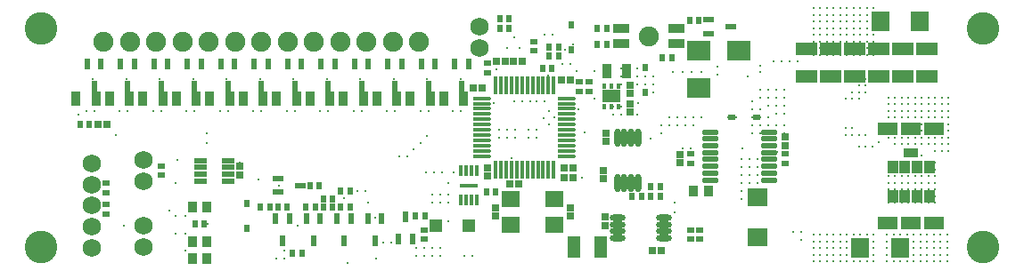
<source format=gbs>
G04 Layer_Color=16711935*
%FSAX25Y25*%
%MOIN*%
G70*
G01*
G75*
%ADD54C,0.07480*%
%ADD57C,0.12205*%
%ADD125R,0.02569X0.02647*%
%ADD126R,0.02647X0.02569*%
%ADD127R,0.02765X0.02372*%
%ADD128R,0.02372X0.02765*%
%ADD131R,0.02569X0.02372*%
%ADD137C,0.07490*%
%ADD138C,0.06900*%
%ADD139C,0.01200*%
%ADD140R,0.01584X0.04143*%
%ADD141R,0.06899X0.01387*%
%ADD142R,0.06112X0.03750*%
%ADD143R,0.01781X0.02372*%
%ADD144R,0.06899X0.04537*%
%ADD145O,0.05915X0.02372*%
%ADD146O,0.06400X0.02000*%
%ADD147R,0.04931X0.08080*%
%ADD148R,0.03947X0.02372*%
%ADD149R,0.04567X0.02402*%
%ADD150R,0.02372X0.02569*%
%ADD151R,0.04537X0.04931*%
%ADD152R,0.03356X0.05718*%
%ADD153R,0.03356X0.04143*%
%ADD154O,0.02372X0.06899*%
%ADD155O,0.06702X0.01584*%
%ADD156O,0.01584X0.06702*%
%ADD157R,0.07214X0.06584*%
%ADD158R,0.07293X0.04931*%
%ADD159R,0.05718X0.03356*%
%ADD160R,0.03947X0.04931*%
%ADD161R,0.08868X0.07293*%
%ADD162R,0.06900X0.06100*%
%ADD163R,0.08474X0.04931*%
%ADD164R,0.06584X0.07214*%
%ADD165R,0.02372X0.03947*%
D54*
X0751415Y0626500D02*
D03*
D57*
X0524000Y0547500D02*
D03*
Y0629500D02*
D03*
X0876500D02*
D03*
Y0547500D02*
D03*
D125*
X0756114Y0546000D02*
D03*
X0752886D02*
D03*
X0548614Y0593500D02*
D03*
X0545386D02*
D03*
X0697614Y0617000D02*
D03*
X0694386D02*
D03*
X0700886D02*
D03*
X0704114D02*
D03*
X0719886Y0573500D02*
D03*
X0723114D02*
D03*
X0719886Y0577000D02*
D03*
X0723114D02*
D03*
X0699386Y0571000D02*
D03*
X0702614D02*
D03*
X0718886Y0610000D02*
D03*
X0722114D02*
D03*
X0689114Y0607000D02*
D03*
X0685886D02*
D03*
D126*
X0691000Y0577114D02*
D03*
Y0573886D02*
D03*
X0802500Y0585386D02*
D03*
Y0588614D02*
D03*
X0735000Y0558614D02*
D03*
Y0555386D02*
D03*
X0763000Y0578886D02*
D03*
Y0582114D02*
D03*
X0598500Y0574386D02*
D03*
Y0577614D02*
D03*
X0694000Y0562114D02*
D03*
Y0558886D02*
D03*
X0722000D02*
D03*
Y0562114D02*
D03*
X0744500Y0601114D02*
D03*
Y0597886D02*
D03*
Y0604886D02*
D03*
Y0608114D02*
D03*
X0735500Y0590114D02*
D03*
Y0586886D02*
D03*
X0734500Y0572886D02*
D03*
Y0576114D02*
D03*
D127*
X0667500Y0550228D02*
D03*
Y0553772D02*
D03*
X0725500Y0605728D02*
D03*
Y0609272D02*
D03*
X0729000Y0605728D02*
D03*
Y0609272D02*
D03*
X0548500Y0563272D02*
D03*
Y0559728D02*
D03*
Y0571272D02*
D03*
Y0567728D02*
D03*
X0770500Y0553772D02*
D03*
Y0550228D02*
D03*
X0767000D02*
D03*
Y0553772D02*
D03*
X0569000Y0574228D02*
D03*
Y0577772D02*
D03*
X0767000Y0582272D02*
D03*
Y0578728D02*
D03*
X0691000Y0616272D02*
D03*
Y0612728D02*
D03*
X0802500Y0578728D02*
D03*
Y0582272D02*
D03*
X0708500Y0624500D02*
D03*
Y0620957D02*
D03*
D128*
X0694272Y0568000D02*
D03*
X0690728D02*
D03*
X0748772Y0566500D02*
D03*
X0745228D02*
D03*
X0770272Y0632500D02*
D03*
X0766728D02*
D03*
X0639772Y0568500D02*
D03*
X0636228D02*
D03*
X0626772Y0562500D02*
D03*
X0623228D02*
D03*
X0667772Y0559000D02*
D03*
X0664228D02*
D03*
X0629728Y0562500D02*
D03*
X0633272D02*
D03*
X0542272Y0593500D02*
D03*
X0538728D02*
D03*
X0699272Y0633000D02*
D03*
X0695728D02*
D03*
X0699272Y0629500D02*
D03*
X0695728D02*
D03*
X0732228D02*
D03*
X0735772D02*
D03*
X0756500Y0618500D02*
D03*
X0760043D02*
D03*
X0732228Y0623500D02*
D03*
X0735772D02*
D03*
X0755772Y0566500D02*
D03*
X0752228D02*
D03*
X0612728Y0562500D02*
D03*
X0616272D02*
D03*
X0606228D02*
D03*
X0609772D02*
D03*
X0636228D02*
D03*
X0639772D02*
D03*
X0633272Y0565500D02*
D03*
X0629728D02*
D03*
X0618228Y0545000D02*
D03*
X0621772D02*
D03*
X0714228Y0622500D02*
D03*
X0717772D02*
D03*
X0714228Y0619000D02*
D03*
X0717772D02*
D03*
X0752228Y0570000D02*
D03*
X0755772D02*
D03*
X0581728Y0556000D02*
D03*
X0585272D02*
D03*
X0711728Y0614500D02*
D03*
X0715272D02*
D03*
X0628272Y0570500D02*
D03*
X0624728D02*
D03*
D131*
X0791626Y0596000D02*
D03*
X0782374D02*
D03*
D137*
X0547445Y0624500D02*
D03*
X0557287D02*
D03*
X0567130D02*
D03*
X0576972D02*
D03*
X0586815D02*
D03*
X0596658D02*
D03*
X0606500D02*
D03*
X0616342D02*
D03*
X0626185D02*
D03*
X0636028D02*
D03*
X0645870D02*
D03*
X0655713D02*
D03*
X0665555D02*
D03*
D138*
X0543000Y0547200D02*
D03*
Y0555100D02*
D03*
Y0563000D02*
D03*
Y0570874D02*
D03*
Y0578748D02*
D03*
X0562500Y0547363D02*
D03*
Y0555237D02*
D03*
Y0572063D02*
D03*
Y0579937D02*
D03*
X0688000Y0622063D02*
D03*
Y0629937D02*
D03*
D139*
X0612000Y0543000D02*
D03*
X0615000Y0546000D02*
D03*
Y0543000D02*
D03*
X0638886Y0541401D02*
D03*
X0680673Y0577600D02*
D03*
X0676500Y0567000D02*
D03*
Y0571500D02*
D03*
X0681000Y0598500D02*
D03*
X0678000D02*
D03*
X0681000Y0610272D02*
D03*
X0685500Y0554000D02*
D03*
Y0557000D02*
D03*
X0682500D02*
D03*
Y0554000D02*
D03*
X0664500Y0547000D02*
D03*
X0667500D02*
D03*
X0670500D02*
D03*
X0673500D02*
D03*
Y0544000D02*
D03*
X0670500D02*
D03*
X0667500D02*
D03*
X0664500D02*
D03*
X0676500Y0557000D02*
D03*
X0673500Y0554000D02*
D03*
X0670500D02*
D03*
X0673500Y0557000D02*
D03*
X0670500D02*
D03*
X0676500Y0564000D02*
D03*
X0673500Y0567000D02*
D03*
Y0564000D02*
D03*
X0670500Y0567000D02*
D03*
X0668000Y0575500D02*
D03*
X0671000D02*
D03*
X0674000D02*
D03*
X0678500D02*
D03*
X0661000Y0581500D02*
D03*
X0666000Y0586500D02*
D03*
X0668500Y0589000D02*
D03*
X0663500Y0584000D02*
D03*
X0658000Y0581500D02*
D03*
X0703000Y0622000D02*
D03*
X0698500D02*
D03*
X0701000Y0626000D02*
D03*
X0694500Y0614000D02*
D03*
X0694031Y0617000D02*
D03*
X0741000Y0608500D02*
D03*
Y0611500D02*
D03*
X0850500Y0552000D02*
D03*
Y0549500D02*
D03*
Y0547000D02*
D03*
Y0544500D02*
D03*
X0848000D02*
D03*
Y0547000D02*
D03*
Y0549500D02*
D03*
Y0552000D02*
D03*
X0845500D02*
D03*
Y0549500D02*
D03*
Y0547000D02*
D03*
Y0544500D02*
D03*
X0843000D02*
D03*
Y0547000D02*
D03*
Y0552000D02*
D03*
Y0549500D02*
D03*
Y0542000D02*
D03*
X0845500D02*
D03*
X0848000D02*
D03*
X0850500D02*
D03*
X0863000Y0552000D02*
D03*
Y0549500D02*
D03*
Y0547000D02*
D03*
Y0544500D02*
D03*
X0860500D02*
D03*
Y0547000D02*
D03*
Y0549500D02*
D03*
Y0552000D02*
D03*
X0858000D02*
D03*
Y0549500D02*
D03*
Y0547000D02*
D03*
Y0544500D02*
D03*
X0855500D02*
D03*
Y0547000D02*
D03*
Y0552000D02*
D03*
X0853000D02*
D03*
Y0549500D02*
D03*
Y0547000D02*
D03*
Y0544500D02*
D03*
X0855500Y0549500D02*
D03*
X0853000Y0542000D02*
D03*
X0855500D02*
D03*
X0858000D02*
D03*
X0860500D02*
D03*
X0863000D02*
D03*
X0840500D02*
D03*
Y0549500D02*
D03*
Y0552000D02*
D03*
Y0547000D02*
D03*
Y0544500D02*
D03*
X0575000Y0580000D02*
D03*
X0574500Y0552500D02*
D03*
X0618500Y0544968D02*
D03*
X0649500Y0543000D02*
D03*
X0734500Y0576468D02*
D03*
X0734500Y0573500D02*
D03*
X0799500Y0583000D02*
D03*
X0789000Y0565500D02*
D03*
X0792000D02*
D03*
X0795000D02*
D03*
Y0568500D02*
D03*
X0792000D02*
D03*
X0789000D02*
D03*
Y0571500D02*
D03*
X0792000D02*
D03*
Y0574500D02*
D03*
X0789000D02*
D03*
Y0577500D02*
D03*
X0792000D02*
D03*
Y0580500D02*
D03*
X0789000D02*
D03*
X0786000Y0565500D02*
D03*
Y0571500D02*
D03*
Y0577500D02*
D03*
Y0568500D02*
D03*
Y0574500D02*
D03*
X0691000Y0616272D02*
D03*
X0804000Y0617000D02*
D03*
X0798000D02*
D03*
X0801000D02*
D03*
X0793000Y0615500D02*
D03*
X0699272Y0633000D02*
D03*
X0790000Y0602000D02*
D03*
X0802000Y0589988D02*
D03*
X0850500Y0634500D02*
D03*
X0853000D02*
D03*
X0855500D02*
D03*
Y0632000D02*
D03*
Y0629500D02*
D03*
X0853000D02*
D03*
X0850500D02*
D03*
Y0632000D02*
D03*
X0853000D02*
D03*
X0789000Y0548500D02*
D03*
X0792000D02*
D03*
X0795000D02*
D03*
Y0551500D02*
D03*
X0792000D02*
D03*
X0789000D02*
D03*
X0689114Y0607000D02*
D03*
X0723000Y0621000D02*
D03*
X0722500Y0630500D02*
D03*
X0670500Y0564000D02*
D03*
X0605283Y0572565D02*
D03*
X0586000Y0586500D02*
D03*
X0726500Y0573500D02*
D03*
X0756000Y0590000D02*
D03*
X0735000Y0599500D02*
D03*
X0633272Y0565500D02*
D03*
X0626968Y0562500D02*
D03*
X0613000Y0570500D02*
D03*
X0724500Y0613500D02*
D03*
X0693500Y0601500D02*
D03*
X0719000Y0616000D02*
D03*
X0722000D02*
D03*
X0717500Y0619000D02*
D03*
X0714114Y0598500D02*
D03*
X0731000Y0613500D02*
D03*
X0548500Y0559531D02*
D03*
Y0567728D02*
D03*
X0707000Y0602000D02*
D03*
X0731000Y0603000D02*
D03*
X0741000Y0600000D02*
D03*
X0768000Y0593000D02*
D03*
X0765000D02*
D03*
X0744000Y0608500D02*
D03*
X0747000D02*
D03*
X0750000D02*
D03*
Y0611500D02*
D03*
X0747000D02*
D03*
X0744000D02*
D03*
X0741000Y0614500D02*
D03*
X0744000D02*
D03*
X0747000D02*
D03*
X0765000Y0596000D02*
D03*
X0762000Y0593000D02*
D03*
Y0596000D02*
D03*
X0759000Y0593000D02*
D03*
Y0596000D02*
D03*
X0756000Y0593000D02*
D03*
X0738000Y0597000D02*
D03*
X0741000D02*
D03*
X0744000D02*
D03*
X0784000Y0596000D02*
D03*
X0781000D02*
D03*
X0790000D02*
D03*
X0793000D02*
D03*
X0720000Y0621500D02*
D03*
X0788500Y0611500D02*
D03*
X0793000Y0613000D02*
D03*
X0712500Y0602000D02*
D03*
X0709600D02*
D03*
X0701000D02*
D03*
X0704000D02*
D03*
X0714000Y0593500D02*
D03*
X0716000Y0596000D02*
D03*
X0722114Y0610000D02*
D03*
X0718886D02*
D03*
X0637387Y0565613D02*
D03*
X0620047Y0555451D02*
D03*
X0802000Y0606500D02*
D03*
X0799000D02*
D03*
Y0603500D02*
D03*
X0802000D02*
D03*
Y0600500D02*
D03*
X0799000D02*
D03*
X0796000Y0606500D02*
D03*
Y0600500D02*
D03*
X0793000Y0606500D02*
D03*
Y0603500D02*
D03*
X0796000D02*
D03*
X0799000Y0597500D02*
D03*
X0802000D02*
D03*
X0861000Y0583500D02*
D03*
X0863500D02*
D03*
X0853500Y0603500D02*
D03*
X0856000D02*
D03*
X0858500D02*
D03*
X0861000D02*
D03*
X0863500D02*
D03*
X0841000D02*
D03*
X0843500D02*
D03*
X0846000D02*
D03*
X0848500D02*
D03*
X0851000D02*
D03*
Y0601000D02*
D03*
Y0598500D02*
D03*
Y0596000D02*
D03*
Y0593500D02*
D03*
Y0591000D02*
D03*
Y0588500D02*
D03*
X0848500D02*
D03*
Y0591000D02*
D03*
Y0593500D02*
D03*
Y0596000D02*
D03*
Y0598500D02*
D03*
Y0601000D02*
D03*
X0846000D02*
D03*
Y0598500D02*
D03*
Y0596000D02*
D03*
Y0593500D02*
D03*
Y0591000D02*
D03*
Y0588500D02*
D03*
X0843500D02*
D03*
Y0591000D02*
D03*
Y0596000D02*
D03*
Y0601000D02*
D03*
X0841000D02*
D03*
Y0598500D02*
D03*
Y0596000D02*
D03*
Y0593500D02*
D03*
Y0591000D02*
D03*
Y0588500D02*
D03*
X0843500Y0593500D02*
D03*
Y0598500D02*
D03*
Y0586000D02*
D03*
X0846000D02*
D03*
X0848500D02*
D03*
X0851000D02*
D03*
X0863500Y0601000D02*
D03*
Y0598500D02*
D03*
Y0596000D02*
D03*
Y0593500D02*
D03*
Y0591000D02*
D03*
Y0588500D02*
D03*
X0861000D02*
D03*
Y0591000D02*
D03*
Y0593500D02*
D03*
Y0596000D02*
D03*
Y0598500D02*
D03*
Y0601000D02*
D03*
X0858500D02*
D03*
Y0598500D02*
D03*
Y0596000D02*
D03*
Y0593500D02*
D03*
Y0591000D02*
D03*
Y0588500D02*
D03*
X0856000D02*
D03*
Y0591000D02*
D03*
Y0596000D02*
D03*
Y0601000D02*
D03*
X0853500D02*
D03*
Y0598500D02*
D03*
Y0596000D02*
D03*
Y0593500D02*
D03*
Y0591000D02*
D03*
Y0588500D02*
D03*
X0856000Y0593500D02*
D03*
Y0598500D02*
D03*
X0853500Y0586000D02*
D03*
X0856000D02*
D03*
X0858500D02*
D03*
X0861000D02*
D03*
X0863500D02*
D03*
X0790000Y0593000D02*
D03*
X0793000D02*
D03*
X0790000Y0590000D02*
D03*
X0793000D02*
D03*
X0790000Y0599000D02*
D03*
X0793000D02*
D03*
X0796000Y0596000D02*
D03*
Y0593000D02*
D03*
X0799000D02*
D03*
X0802000D02*
D03*
X0617000Y0559000D02*
D03*
X0616272Y0562500D02*
D03*
X0628500Y0559000D02*
D03*
X0723114Y0577000D02*
D03*
Y0573500D02*
D03*
X0719886Y0577000D02*
D03*
Y0573500D02*
D03*
X0753000Y0611500D02*
D03*
Y0608500D02*
D03*
Y0605500D02*
D03*
X0841000Y0564000D02*
D03*
X0858500Y0579000D02*
D03*
Y0576500D02*
D03*
Y0574000D02*
D03*
Y0571500D02*
D03*
Y0569000D02*
D03*
Y0566500D02*
D03*
X0856000D02*
D03*
Y0569000D02*
D03*
Y0571500D02*
D03*
Y0574000D02*
D03*
Y0576500D02*
D03*
Y0579000D02*
D03*
X0853500D02*
D03*
Y0576500D02*
D03*
Y0574000D02*
D03*
Y0571500D02*
D03*
Y0569000D02*
D03*
Y0566500D02*
D03*
X0851000D02*
D03*
Y0569000D02*
D03*
Y0574000D02*
D03*
Y0579000D02*
D03*
X0848500D02*
D03*
Y0576500D02*
D03*
Y0574000D02*
D03*
Y0571500D02*
D03*
Y0569000D02*
D03*
Y0566500D02*
D03*
X0846000D02*
D03*
Y0569000D02*
D03*
Y0571500D02*
D03*
Y0576500D02*
D03*
X0843500Y0574000D02*
D03*
Y0566500D02*
D03*
X0851000Y0571500D02*
D03*
X0846000Y0574000D02*
D03*
X0851000Y0576500D02*
D03*
X0843500Y0564000D02*
D03*
X0846000D02*
D03*
X0848500D02*
D03*
X0851000D02*
D03*
X0853500D02*
D03*
X0856000D02*
D03*
X0858500D02*
D03*
X0843500Y0576500D02*
D03*
X0846000Y0579000D02*
D03*
X0747500Y0601500D02*
D03*
X0738000Y0600000D02*
D03*
X0745000Y0601500D02*
D03*
X0555000Y0555500D02*
D03*
X0723000Y0623500D02*
D03*
X0544000Y0598500D02*
D03*
X0556500D02*
D03*
X0569000D02*
D03*
X0581500D02*
D03*
X0594000D02*
D03*
X0606500D02*
D03*
X0619000D02*
D03*
X0631500D02*
D03*
X0541000D02*
D03*
X0553500D02*
D03*
X0566000D02*
D03*
X0578500D02*
D03*
X0591000D02*
D03*
X0603500D02*
D03*
X0616000D02*
D03*
X0628500D02*
D03*
X0543500Y0610272D02*
D03*
X0556000D02*
D03*
X0568500D02*
D03*
X0581000D02*
D03*
X0593500D02*
D03*
X0606000D02*
D03*
X0618500D02*
D03*
X0538000Y0603000D02*
D03*
X0550500D02*
D03*
X0563000D02*
D03*
X0575500D02*
D03*
X0600500D02*
D03*
X0613000D02*
D03*
X0625500D02*
D03*
X0638000D02*
D03*
X0650500D02*
D03*
X0663000D02*
D03*
X0675500D02*
D03*
X0588000D02*
D03*
X0656000Y0610272D02*
D03*
X0668500D02*
D03*
X0644000Y0598500D02*
D03*
X0656500D02*
D03*
X0669000D02*
D03*
X0641000D02*
D03*
X0653500D02*
D03*
X0666000D02*
D03*
X0631000Y0610272D02*
D03*
X0643500D02*
D03*
X0538110Y0597000D02*
D03*
X0538728Y0593500D02*
D03*
X0586000Y0590000D02*
D03*
X0598500Y0579000D02*
D03*
X0586500Y0543000D02*
D03*
X0786500Y0584500D02*
D03*
X0833000Y0542000D02*
D03*
X0830500D02*
D03*
X0828000D02*
D03*
X0825500D02*
D03*
X0823000D02*
D03*
X0825500Y0549500D02*
D03*
X0823000Y0544500D02*
D03*
Y0547000D02*
D03*
Y0549500D02*
D03*
Y0552000D02*
D03*
X0825500D02*
D03*
Y0547000D02*
D03*
Y0544500D02*
D03*
X0828000D02*
D03*
Y0547000D02*
D03*
Y0549500D02*
D03*
Y0552000D02*
D03*
X0830500D02*
D03*
Y0549500D02*
D03*
Y0547000D02*
D03*
Y0544500D02*
D03*
X0833000D02*
D03*
Y0547000D02*
D03*
Y0549500D02*
D03*
Y0552000D02*
D03*
X0820500Y0542000D02*
D03*
X0818000D02*
D03*
X0815500D02*
D03*
X0813000D02*
D03*
Y0549500D02*
D03*
Y0547000D02*
D03*
Y0544500D02*
D03*
X0815500D02*
D03*
Y0547000D02*
D03*
Y0549500D02*
D03*
Y0552000D02*
D03*
X0818000D02*
D03*
Y0549500D02*
D03*
Y0547000D02*
D03*
Y0544500D02*
D03*
X0820500D02*
D03*
Y0547000D02*
D03*
Y0549500D02*
D03*
Y0552000D02*
D03*
X0835500D02*
D03*
Y0549500D02*
D03*
Y0547000D02*
D03*
Y0544500D02*
D03*
Y0542000D02*
D03*
X0621772Y0545000D02*
D03*
X0645500Y0568500D02*
D03*
X0642500D02*
D03*
X0628272Y0570500D02*
D03*
X0646500Y0564000D02*
D03*
X0636228Y0568500D02*
D03*
X0704000Y0617000D02*
D03*
X0777000Y0612000D02*
D03*
X0853500Y0581772D02*
D03*
X0837600Y0586833D02*
D03*
X0768000Y0596000D02*
D03*
X0771000D02*
D03*
X0770500Y0550228D02*
D03*
X0750000Y0614500D02*
D03*
X0777000Y0615000D02*
D03*
X0747000Y0597000D02*
D03*
X0767000Y0582272D02*
D03*
Y0584500D02*
D03*
X0752000Y0588000D02*
D03*
X0747500D02*
D03*
X0764000Y0584500D02*
D03*
X0771000Y0613000D02*
D03*
X0767500D02*
D03*
X0764000D02*
D03*
X0760500D02*
D03*
X0552000Y0589500D02*
D03*
X0586500Y0556000D02*
D03*
Y0562500D02*
D03*
X0578000Y0546000D02*
D03*
X0652000Y0549000D02*
D03*
X0655000D02*
D03*
X0578000Y0552500D02*
D03*
X0574500Y0571500D02*
D03*
X0572000Y0561000D02*
D03*
X0574500Y0559000D02*
D03*
X0578000D02*
D03*
X0586551Y0549500D02*
D03*
X0843500Y0571500D02*
D03*
Y0569000D02*
D03*
X0841000Y0566500D02*
D03*
Y0571500D02*
D03*
Y0569000D02*
D03*
X0649000Y0558500D02*
D03*
X0739500Y0588000D02*
D03*
X0841000Y0574000D02*
D03*
X0761000Y0560500D02*
D03*
Y0564000D02*
D03*
X0858500Y0583500D02*
D03*
X0786000Y0580500D02*
D03*
X0807000Y0617000D02*
D03*
X0813000Y0634500D02*
D03*
X0815500D02*
D03*
X0818000D02*
D03*
X0820500D02*
D03*
X0823000D02*
D03*
X0825500D02*
D03*
X0828000D02*
D03*
X0830500D02*
D03*
X0833000D02*
D03*
X0835500D02*
D03*
Y0632000D02*
D03*
X0833000D02*
D03*
X0830500D02*
D03*
X0828000D02*
D03*
X0825500D02*
D03*
X0823000D02*
D03*
X0820500D02*
D03*
X0818000D02*
D03*
X0815500D02*
D03*
X0813000D02*
D03*
X0835500Y0629500D02*
D03*
X0833000D02*
D03*
X0830500D02*
D03*
X0828000D02*
D03*
X0825500D02*
D03*
X0823000D02*
D03*
X0820500D02*
D03*
X0818000D02*
D03*
X0815500D02*
D03*
X0813000D02*
D03*
X0835500Y0627000D02*
D03*
X0833000D02*
D03*
X0830500D02*
D03*
X0828000D02*
D03*
X0825500D02*
D03*
X0823000D02*
D03*
X0820500D02*
D03*
X0818000D02*
D03*
X0815500D02*
D03*
X0813000D02*
D03*
X0835500Y0624500D02*
D03*
X0833000D02*
D03*
X0830500D02*
D03*
X0828000D02*
D03*
X0825500D02*
D03*
X0823000D02*
D03*
X0820500D02*
D03*
X0818000D02*
D03*
X0815500D02*
D03*
X0813000D02*
D03*
X0835500Y0622000D02*
D03*
X0833000D02*
D03*
X0830500D02*
D03*
X0828000D02*
D03*
X0825500D02*
D03*
X0823000D02*
D03*
X0820500D02*
D03*
X0818000D02*
D03*
X0815500D02*
D03*
X0813000D02*
D03*
X0835500Y0619500D02*
D03*
X0833000D02*
D03*
X0830500D02*
D03*
X0828000D02*
D03*
X0825500D02*
D03*
X0823000D02*
D03*
X0820500D02*
D03*
X0818000D02*
D03*
X0815500D02*
D03*
X0813000D02*
D03*
Y0637000D02*
D03*
X0815500D02*
D03*
X0818000D02*
D03*
X0820500D02*
D03*
X0823000D02*
D03*
X0825500D02*
D03*
X0828000D02*
D03*
X0830500D02*
D03*
X0833000D02*
D03*
X0835500D02*
D03*
X0805500Y0553000D02*
D03*
X0808500D02*
D03*
Y0550000D02*
D03*
X0813000Y0552000D02*
D03*
X0830000Y0585000D02*
D03*
X0835000D02*
D03*
X0832500D02*
D03*
X0827500Y0592000D02*
D03*
Y0589500D02*
D03*
X0830000D02*
D03*
X0832500D02*
D03*
X0827500Y0605500D02*
D03*
X0830000D02*
D03*
X0832500D02*
D03*
Y0608000D02*
D03*
X0830000D02*
D03*
X0832500Y0610500D02*
D03*
X0827500Y0603000D02*
D03*
X0830000D02*
D03*
X0825000D02*
D03*
Y0592000D02*
D03*
Y0589500D02*
D03*
X0713905Y0611742D02*
D03*
X0712500Y0627000D02*
D03*
X0712000Y0595876D02*
D03*
X0735500Y0589500D02*
D03*
X0729000Y0609272D02*
D03*
X0725000Y0599000D02*
D03*
X0727500Y0590500D02*
D03*
X0715500Y0627000D02*
D03*
X0682500Y0544000D02*
D03*
X0685500D02*
D03*
X0699995Y0580631D02*
D03*
X0695500Y0591500D02*
D03*
Y0588500D02*
D03*
X0698500D02*
D03*
Y0591500D02*
D03*
X0701500Y0588500D02*
D03*
Y0591500D02*
D03*
X0706500D02*
D03*
Y0588500D02*
D03*
X0709500D02*
D03*
Y0591500D02*
D03*
D140*
X0686953Y0565008D02*
D03*
X0684984D02*
D03*
X0683016D02*
D03*
X0681047D02*
D03*
X0686953Y0575992D02*
D03*
X0684984D02*
D03*
X0683016D02*
D03*
X0681047D02*
D03*
D141*
X0684000Y0570500D02*
D03*
D142*
X0761651Y0629354D02*
D03*
Y0623646D02*
D03*
X0741179Y0629354D02*
D03*
Y0623646D02*
D03*
D143*
X0734941Y0607839D02*
D03*
X0737500D02*
D03*
X0740059D02*
D03*
Y0600161D02*
D03*
X0737500D02*
D03*
X0734941D02*
D03*
D144*
X0737500Y0604000D02*
D03*
D145*
X0739740Y0550661D02*
D03*
Y0553221D02*
D03*
Y0555780D02*
D03*
Y0558339D02*
D03*
X0757260Y0550661D02*
D03*
Y0553221D02*
D03*
Y0555780D02*
D03*
Y0558339D02*
D03*
D146*
X0796600Y0572543D02*
D03*
Y0575102D02*
D03*
Y0577661D02*
D03*
Y0580221D02*
D03*
Y0582780D02*
D03*
Y0585339D02*
D03*
Y0587898D02*
D03*
Y0590457D02*
D03*
X0774400D02*
D03*
Y0587898D02*
D03*
Y0585339D02*
D03*
Y0582780D02*
D03*
Y0580221D02*
D03*
Y0577661D02*
D03*
Y0575102D02*
D03*
Y0572543D02*
D03*
D147*
X0733421Y0547500D02*
D03*
X0723579D02*
D03*
D148*
X0612847Y0567941D02*
D03*
Y0573059D02*
D03*
X0621153Y0570500D02*
D03*
X0782154Y0630000D02*
D03*
X0773846Y0632559D02*
D03*
Y0627441D02*
D03*
D149*
X0594118Y0579839D02*
D03*
Y0577280D02*
D03*
Y0574720D02*
D03*
X0583882D02*
D03*
Y0577280D02*
D03*
Y0579839D02*
D03*
Y0572161D02*
D03*
X0594118D02*
D03*
D150*
X0601000Y0554374D02*
D03*
Y0563626D02*
D03*
X0750000Y0614626D02*
D03*
Y0605374D02*
D03*
X0722500Y0630626D02*
D03*
Y0621374D02*
D03*
D151*
X0684102Y0555500D02*
D03*
X0671898D02*
D03*
D152*
X0537260Y0603000D02*
D03*
X0544740D02*
D03*
X0743240Y0613500D02*
D03*
X0735760D02*
D03*
X0674760Y0603000D02*
D03*
X0682240D02*
D03*
X0662260D02*
D03*
X0669740D02*
D03*
X0649760D02*
D03*
X0657240D02*
D03*
X0637260D02*
D03*
X0644740D02*
D03*
X0624760D02*
D03*
X0632240D02*
D03*
X0612260D02*
D03*
X0619740D02*
D03*
X0599760D02*
D03*
X0607240D02*
D03*
X0587260D02*
D03*
X0594740D02*
D03*
X0574760D02*
D03*
X0582240D02*
D03*
X0562260D02*
D03*
X0569740D02*
D03*
X0549760D02*
D03*
X0557240D02*
D03*
D153*
X0580744Y0562500D02*
D03*
X0586256D02*
D03*
X0768244Y0568500D02*
D03*
X0773756D02*
D03*
X0580744Y0549500D02*
D03*
X0586256D02*
D03*
Y0543000D02*
D03*
X0580744D02*
D03*
D154*
X0739661Y0588465D02*
D03*
X0742220D02*
D03*
X0744779D02*
D03*
X0747338D02*
D03*
X0739661Y0571535D02*
D03*
X0742220D02*
D03*
X0744779D02*
D03*
X0747338D02*
D03*
D155*
X0720894Y0581520D02*
D03*
Y0583488D02*
D03*
Y0585457D02*
D03*
Y0587425D02*
D03*
Y0589394D02*
D03*
Y0591362D02*
D03*
Y0593331D02*
D03*
Y0595299D02*
D03*
Y0597268D02*
D03*
Y0599236D02*
D03*
Y0601205D02*
D03*
Y0603173D02*
D03*
X0689201D02*
D03*
Y0601205D02*
D03*
Y0599236D02*
D03*
Y0597268D02*
D03*
Y0595299D02*
D03*
Y0593331D02*
D03*
Y0591362D02*
D03*
Y0589394D02*
D03*
Y0587425D02*
D03*
Y0585457D02*
D03*
Y0583488D02*
D03*
Y0581520D02*
D03*
D156*
X0715874Y0608193D02*
D03*
X0713906D02*
D03*
X0711937D02*
D03*
X0709969D02*
D03*
X0708000D02*
D03*
X0706032D02*
D03*
X0704063D02*
D03*
X0702095D02*
D03*
X0700126D02*
D03*
X0698158D02*
D03*
X0696189D02*
D03*
X0694221D02*
D03*
Y0576500D02*
D03*
X0696189D02*
D03*
X0698158D02*
D03*
X0700126D02*
D03*
X0702095D02*
D03*
X0704063D02*
D03*
X0706032D02*
D03*
X0708000D02*
D03*
X0709969D02*
D03*
X0711937D02*
D03*
X0713906D02*
D03*
X0715874D02*
D03*
D157*
X0792000Y0551098D02*
D03*
Y0565902D02*
D03*
D158*
X0840838Y0591716D02*
D03*
X0849500D02*
D03*
X0858161D02*
D03*
Y0556284D02*
D03*
X0849500D02*
D03*
X0840838D02*
D03*
D159*
X0849500Y0582858D02*
D03*
D160*
X0856291Y0577347D02*
D03*
X0851764D02*
D03*
X0847236D02*
D03*
X0842708D02*
D03*
Y0566323D02*
D03*
X0847236D02*
D03*
X0851764D02*
D03*
X0856291D02*
D03*
D161*
X0770020Y0620890D02*
D03*
Y0607110D02*
D03*
X0784980Y0620890D02*
D03*
D162*
X0716150Y0565250D02*
D03*
X0699850D02*
D03*
Y0555750D02*
D03*
X0716150D02*
D03*
D163*
X0810500Y0611382D02*
D03*
Y0621618D02*
D03*
X0837500D02*
D03*
Y0611382D02*
D03*
X0855500D02*
D03*
Y0621618D02*
D03*
X0846500D02*
D03*
Y0611382D02*
D03*
X0828500D02*
D03*
Y0621618D02*
D03*
X0819500D02*
D03*
Y0611382D02*
D03*
D164*
X0830598Y0547000D02*
D03*
X0845401D02*
D03*
X0852901Y0632000D02*
D03*
X0838098D02*
D03*
D165*
X0646441Y0558153D02*
D03*
X0651559D02*
D03*
X0649000Y0549847D02*
D03*
X0660500Y0558653D02*
D03*
X0657941Y0550347D02*
D03*
X0663059D02*
D03*
X0678941Y0616153D02*
D03*
X0684059D02*
D03*
X0681500Y0607846D02*
D03*
X0669000D02*
D03*
X0671559Y0616153D02*
D03*
X0666441D02*
D03*
X0653941D02*
D03*
X0659059D02*
D03*
X0656500Y0607846D02*
D03*
X0644000D02*
D03*
X0646559Y0616153D02*
D03*
X0641441D02*
D03*
X0628941D02*
D03*
X0634059D02*
D03*
X0631500Y0607846D02*
D03*
X0619000D02*
D03*
X0621559Y0616153D02*
D03*
X0616441D02*
D03*
X0603941D02*
D03*
X0609059D02*
D03*
X0606500Y0607846D02*
D03*
X0594000D02*
D03*
X0596559Y0616153D02*
D03*
X0591441D02*
D03*
X0578941D02*
D03*
X0584059D02*
D03*
X0581500Y0607846D02*
D03*
X0569000D02*
D03*
X0571559Y0616153D02*
D03*
X0566441D02*
D03*
X0553941D02*
D03*
X0559059D02*
D03*
X0556500Y0607846D02*
D03*
X0544000D02*
D03*
X0546559Y0616153D02*
D03*
X0541441D02*
D03*
X0611941Y0558153D02*
D03*
X0617059D02*
D03*
X0614500Y0549847D02*
D03*
X0626000D02*
D03*
X0628559Y0558153D02*
D03*
X0623441D02*
D03*
X0637500Y0549847D02*
D03*
X0640059Y0558153D02*
D03*
X0634941D02*
D03*
M02*

</source>
